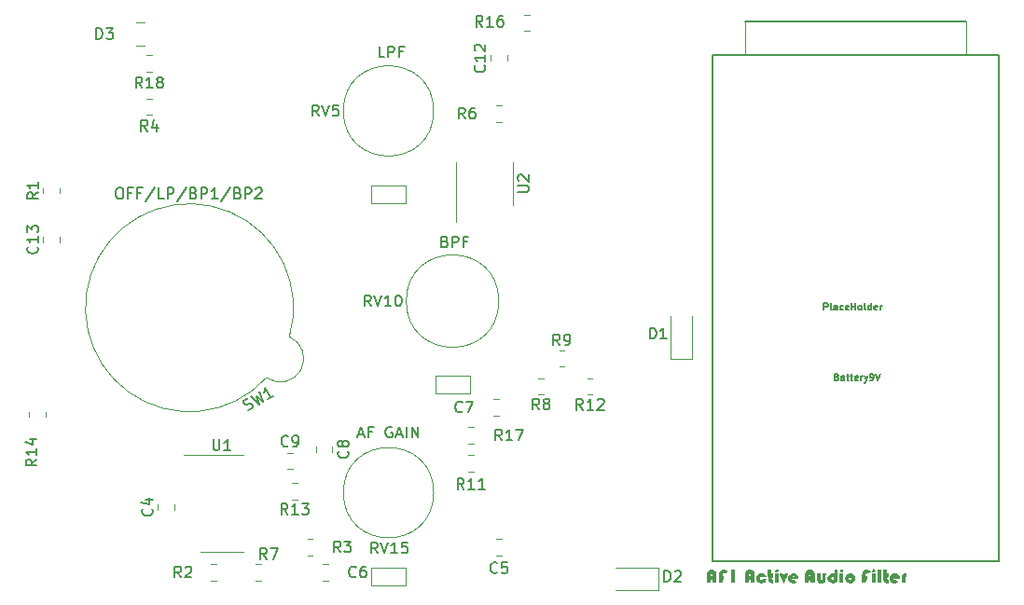
<source format=gto>
G04 #@! TF.GenerationSoftware,KiCad,Pcbnew,(6.0.5)*
G04 #@! TF.CreationDate,2022-05-30T10:59:04+08:00*
G04 #@! TF.ProjectId,miniaf1,6d696e69-6166-4312-9e6b-696361645f70,rev?*
G04 #@! TF.SameCoordinates,Original*
G04 #@! TF.FileFunction,Legend,Top*
G04 #@! TF.FilePolarity,Positive*
%FSLAX46Y46*%
G04 Gerber Fmt 4.6, Leading zero omitted, Abs format (unit mm)*
G04 Created by KiCad (PCBNEW (6.0.5)) date 2022-05-30 10:59:04*
%MOMM*%
%LPD*%
G01*
G04 APERTURE LIST*
%ADD10C,0.150000*%
%ADD11C,0.127000*%
%ADD12C,0.120000*%
%ADD13C,0.203200*%
%ADD14C,0.050000*%
G04 APERTURE END LIST*
D10*
X118268857Y-77652571D02*
X118411714Y-77700190D01*
X118459333Y-77747809D01*
X118506952Y-77843047D01*
X118506952Y-77985904D01*
X118459333Y-78081142D01*
X118411714Y-78128761D01*
X118316476Y-78176380D01*
X117935523Y-78176380D01*
X117935523Y-77176380D01*
X118268857Y-77176380D01*
X118364095Y-77224000D01*
X118411714Y-77271619D01*
X118459333Y-77366857D01*
X118459333Y-77462095D01*
X118411714Y-77557333D01*
X118364095Y-77604952D01*
X118268857Y-77652571D01*
X117935523Y-77652571D01*
X118935523Y-78176380D02*
X118935523Y-77176380D01*
X119316476Y-77176380D01*
X119411714Y-77224000D01*
X119459333Y-77271619D01*
X119506952Y-77366857D01*
X119506952Y-77509714D01*
X119459333Y-77604952D01*
X119411714Y-77652571D01*
X119316476Y-77700190D01*
X118935523Y-77700190D01*
X120268857Y-77652571D02*
X119935523Y-77652571D01*
X119935523Y-78176380D02*
X119935523Y-77176380D01*
X120411714Y-77176380D01*
X112791952Y-60904380D02*
X112315761Y-60904380D01*
X112315761Y-59904380D01*
X113125285Y-60904380D02*
X113125285Y-59904380D01*
X113506238Y-59904380D01*
X113601476Y-59952000D01*
X113649095Y-59999619D01*
X113696714Y-60094857D01*
X113696714Y-60237714D01*
X113649095Y-60332952D01*
X113601476Y-60380571D01*
X113506238Y-60428190D01*
X113125285Y-60428190D01*
X114458619Y-60380571D02*
X114125285Y-60380571D01*
X114125285Y-60904380D02*
X114125285Y-59904380D01*
X114601476Y-59904380D01*
X110418904Y-95162666D02*
X110895095Y-95162666D01*
X110323666Y-95448380D02*
X110657000Y-94448380D01*
X110990333Y-95448380D01*
X111657000Y-94924571D02*
X111323666Y-94924571D01*
X111323666Y-95448380D02*
X111323666Y-94448380D01*
X111799857Y-94448380D01*
X113466523Y-94496000D02*
X113371285Y-94448380D01*
X113228428Y-94448380D01*
X113085571Y-94496000D01*
X112990333Y-94591238D01*
X112942714Y-94686476D01*
X112895095Y-94876952D01*
X112895095Y-95019809D01*
X112942714Y-95210285D01*
X112990333Y-95305523D01*
X113085571Y-95400761D01*
X113228428Y-95448380D01*
X113323666Y-95448380D01*
X113466523Y-95400761D01*
X113514142Y-95353142D01*
X113514142Y-95019809D01*
X113323666Y-95019809D01*
X113895095Y-95162666D02*
X114371285Y-95162666D01*
X113799857Y-95448380D02*
X114133190Y-94448380D01*
X114466523Y-95448380D01*
X114799857Y-95448380D02*
X114799857Y-94448380D01*
X115276047Y-95448380D02*
X115276047Y-94448380D01*
X115847476Y-95448380D01*
X115847476Y-94448380D01*
X88659047Y-72762380D02*
X88849523Y-72762380D01*
X88944761Y-72810000D01*
X89040000Y-72905238D01*
X89087619Y-73095714D01*
X89087619Y-73429047D01*
X89040000Y-73619523D01*
X88944761Y-73714761D01*
X88849523Y-73762380D01*
X88659047Y-73762380D01*
X88563809Y-73714761D01*
X88468571Y-73619523D01*
X88420952Y-73429047D01*
X88420952Y-73095714D01*
X88468571Y-72905238D01*
X88563809Y-72810000D01*
X88659047Y-72762380D01*
X89849523Y-73238571D02*
X89516190Y-73238571D01*
X89516190Y-73762380D02*
X89516190Y-72762380D01*
X89992380Y-72762380D01*
X90706666Y-73238571D02*
X90373333Y-73238571D01*
X90373333Y-73762380D02*
X90373333Y-72762380D01*
X90849523Y-72762380D01*
X91944761Y-72714761D02*
X91087619Y-74000476D01*
X92754285Y-73762380D02*
X92278095Y-73762380D01*
X92278095Y-72762380D01*
X93087619Y-73762380D02*
X93087619Y-72762380D01*
X93468571Y-72762380D01*
X93563809Y-72810000D01*
X93611428Y-72857619D01*
X93659047Y-72952857D01*
X93659047Y-73095714D01*
X93611428Y-73190952D01*
X93563809Y-73238571D01*
X93468571Y-73286190D01*
X93087619Y-73286190D01*
X94801904Y-72714761D02*
X93944761Y-74000476D01*
X95468571Y-73238571D02*
X95611428Y-73286190D01*
X95659047Y-73333809D01*
X95706666Y-73429047D01*
X95706666Y-73571904D01*
X95659047Y-73667142D01*
X95611428Y-73714761D01*
X95516190Y-73762380D01*
X95135238Y-73762380D01*
X95135238Y-72762380D01*
X95468571Y-72762380D01*
X95563809Y-72810000D01*
X95611428Y-72857619D01*
X95659047Y-72952857D01*
X95659047Y-73048095D01*
X95611428Y-73143333D01*
X95563809Y-73190952D01*
X95468571Y-73238571D01*
X95135238Y-73238571D01*
X96135238Y-73762380D02*
X96135238Y-72762380D01*
X96516190Y-72762380D01*
X96611428Y-72810000D01*
X96659047Y-72857619D01*
X96706666Y-72952857D01*
X96706666Y-73095714D01*
X96659047Y-73190952D01*
X96611428Y-73238571D01*
X96516190Y-73286190D01*
X96135238Y-73286190D01*
X97659047Y-73762380D02*
X97087619Y-73762380D01*
X97373333Y-73762380D02*
X97373333Y-72762380D01*
X97278095Y-72905238D01*
X97182857Y-73000476D01*
X97087619Y-73048095D01*
X98801904Y-72714761D02*
X97944761Y-74000476D01*
X99468571Y-73238571D02*
X99611428Y-73286190D01*
X99659047Y-73333809D01*
X99706666Y-73429047D01*
X99706666Y-73571904D01*
X99659047Y-73667142D01*
X99611428Y-73714761D01*
X99516190Y-73762380D01*
X99135238Y-73762380D01*
X99135238Y-72762380D01*
X99468571Y-72762380D01*
X99563809Y-72810000D01*
X99611428Y-72857619D01*
X99659047Y-72952857D01*
X99659047Y-73048095D01*
X99611428Y-73143333D01*
X99563809Y-73190952D01*
X99468571Y-73238571D01*
X99135238Y-73238571D01*
X100135238Y-73762380D02*
X100135238Y-72762380D01*
X100516190Y-72762380D01*
X100611428Y-72810000D01*
X100659047Y-72857619D01*
X100706666Y-72952857D01*
X100706666Y-73095714D01*
X100659047Y-73190952D01*
X100611428Y-73238571D01*
X100516190Y-73286190D01*
X100135238Y-73286190D01*
X101087619Y-72857619D02*
X101135238Y-72810000D01*
X101230476Y-72762380D01*
X101468571Y-72762380D01*
X101563809Y-72810000D01*
X101611428Y-72857619D01*
X101659047Y-72952857D01*
X101659047Y-73048095D01*
X101611428Y-73190952D01*
X101040000Y-73762380D01*
X101659047Y-73762380D01*
X120102333Y-66492380D02*
X119769000Y-66016190D01*
X119530904Y-66492380D02*
X119530904Y-65492380D01*
X119911857Y-65492380D01*
X120007095Y-65540000D01*
X120054714Y-65587619D01*
X120102333Y-65682857D01*
X120102333Y-65825714D01*
X120054714Y-65920952D01*
X120007095Y-65968571D01*
X119911857Y-66016190D01*
X119530904Y-66016190D01*
X120959476Y-65492380D02*
X120769000Y-65492380D01*
X120673761Y-65540000D01*
X120626142Y-65587619D01*
X120530904Y-65730476D01*
X120483285Y-65920952D01*
X120483285Y-66301904D01*
X120530904Y-66397142D01*
X120578523Y-66444761D01*
X120673761Y-66492380D01*
X120864238Y-66492380D01*
X120959476Y-66444761D01*
X121007095Y-66397142D01*
X121054714Y-66301904D01*
X121054714Y-66063809D01*
X121007095Y-65968571D01*
X120959476Y-65920952D01*
X120864238Y-65873333D01*
X120673761Y-65873333D01*
X120578523Y-65920952D01*
X120530904Y-65968571D01*
X120483285Y-66063809D01*
X81224380Y-97416857D02*
X80748190Y-97750190D01*
X81224380Y-97988285D02*
X80224380Y-97988285D01*
X80224380Y-97607333D01*
X80272000Y-97512095D01*
X80319619Y-97464476D01*
X80414857Y-97416857D01*
X80557714Y-97416857D01*
X80652952Y-97464476D01*
X80700571Y-97512095D01*
X80748190Y-97607333D01*
X80748190Y-97988285D01*
X81224380Y-96464476D02*
X81224380Y-97035904D01*
X81224380Y-96750190D02*
X80224380Y-96750190D01*
X80367238Y-96845428D01*
X80462476Y-96940666D01*
X80510095Y-97035904D01*
X80557714Y-95607333D02*
X81224380Y-95607333D01*
X80176761Y-95845428D02*
X80891047Y-96083523D01*
X80891047Y-95464476D01*
X102084333Y-106497380D02*
X101751000Y-106021190D01*
X101512904Y-106497380D02*
X101512904Y-105497380D01*
X101893857Y-105497380D01*
X101989095Y-105545000D01*
X102036714Y-105592619D01*
X102084333Y-105687857D01*
X102084333Y-105830714D01*
X102036714Y-105925952D01*
X101989095Y-105973571D01*
X101893857Y-106021190D01*
X101512904Y-106021190D01*
X102417666Y-105497380D02*
X103084333Y-105497380D01*
X102655761Y-106497380D01*
X108799333Y-105862380D02*
X108466000Y-105386190D01*
X108227904Y-105862380D02*
X108227904Y-104862380D01*
X108608857Y-104862380D01*
X108704095Y-104910000D01*
X108751714Y-104957619D01*
X108799333Y-105052857D01*
X108799333Y-105195714D01*
X108751714Y-105290952D01*
X108704095Y-105338571D01*
X108608857Y-105386190D01*
X108227904Y-105386190D01*
X109132666Y-104862380D02*
X109751714Y-104862380D01*
X109418380Y-105243333D01*
X109561238Y-105243333D01*
X109656476Y-105290952D01*
X109704095Y-105338571D01*
X109751714Y-105433809D01*
X109751714Y-105671904D01*
X109704095Y-105767142D01*
X109656476Y-105814761D01*
X109561238Y-105862380D01*
X109275523Y-105862380D01*
X109180285Y-105814761D01*
X109132666Y-105767142D01*
D11*
X153860714Y-89949457D02*
X153947800Y-89978485D01*
X153976828Y-90007514D01*
X154005857Y-90065571D01*
X154005857Y-90152657D01*
X153976828Y-90210714D01*
X153947800Y-90239742D01*
X153889742Y-90268771D01*
X153657514Y-90268771D01*
X153657514Y-89659171D01*
X153860714Y-89659171D01*
X153918771Y-89688200D01*
X153947800Y-89717228D01*
X153976828Y-89775285D01*
X153976828Y-89833342D01*
X153947800Y-89891400D01*
X153918771Y-89920428D01*
X153860714Y-89949457D01*
X153657514Y-89949457D01*
X154528371Y-90268771D02*
X154528371Y-89949457D01*
X154499342Y-89891400D01*
X154441285Y-89862371D01*
X154325171Y-89862371D01*
X154267114Y-89891400D01*
X154528371Y-90239742D02*
X154470314Y-90268771D01*
X154325171Y-90268771D01*
X154267114Y-90239742D01*
X154238085Y-90181685D01*
X154238085Y-90123628D01*
X154267114Y-90065571D01*
X154325171Y-90036542D01*
X154470314Y-90036542D01*
X154528371Y-90007514D01*
X154731571Y-89862371D02*
X154963800Y-89862371D01*
X154818657Y-89659171D02*
X154818657Y-90181685D01*
X154847685Y-90239742D01*
X154905742Y-90268771D01*
X154963800Y-90268771D01*
X155079914Y-89862371D02*
X155312142Y-89862371D01*
X155167000Y-89659171D02*
X155167000Y-90181685D01*
X155196028Y-90239742D01*
X155254085Y-90268771D01*
X155312142Y-90268771D01*
X155747571Y-90239742D02*
X155689514Y-90268771D01*
X155573400Y-90268771D01*
X155515342Y-90239742D01*
X155486314Y-90181685D01*
X155486314Y-89949457D01*
X155515342Y-89891400D01*
X155573400Y-89862371D01*
X155689514Y-89862371D01*
X155747571Y-89891400D01*
X155776600Y-89949457D01*
X155776600Y-90007514D01*
X155486314Y-90065571D01*
X156037857Y-90268771D02*
X156037857Y-89862371D01*
X156037857Y-89978485D02*
X156066885Y-89920428D01*
X156095914Y-89891400D01*
X156153971Y-89862371D01*
X156212028Y-89862371D01*
X156357171Y-89862371D02*
X156502314Y-90268771D01*
X156647457Y-89862371D02*
X156502314Y-90268771D01*
X156444257Y-90413914D01*
X156415228Y-90442942D01*
X156357171Y-90471971D01*
X156908714Y-90268771D02*
X157024828Y-90268771D01*
X157082885Y-90239742D01*
X157111914Y-90210714D01*
X157169971Y-90123628D01*
X157199000Y-90007514D01*
X157199000Y-89775285D01*
X157169971Y-89717228D01*
X157140942Y-89688200D01*
X157082885Y-89659171D01*
X156966771Y-89659171D01*
X156908714Y-89688200D01*
X156879685Y-89717228D01*
X156850657Y-89775285D01*
X156850657Y-89920428D01*
X156879685Y-89978485D01*
X156908714Y-90007514D01*
X156966771Y-90036542D01*
X157082885Y-90036542D01*
X157140942Y-90007514D01*
X157169971Y-89978485D01*
X157199000Y-89920428D01*
X157373171Y-89659171D02*
X157576371Y-90268771D01*
X157779571Y-89659171D01*
X152685942Y-83853971D02*
X152685942Y-83244371D01*
X152918171Y-83244371D01*
X152976228Y-83273400D01*
X153005257Y-83302428D01*
X153034285Y-83360485D01*
X153034285Y-83447571D01*
X153005257Y-83505628D01*
X152976228Y-83534657D01*
X152918171Y-83563685D01*
X152685942Y-83563685D01*
X153382628Y-83853971D02*
X153324571Y-83824942D01*
X153295542Y-83766885D01*
X153295542Y-83244371D01*
X153876114Y-83853971D02*
X153876114Y-83534657D01*
X153847085Y-83476600D01*
X153789028Y-83447571D01*
X153672914Y-83447571D01*
X153614857Y-83476600D01*
X153876114Y-83824942D02*
X153818057Y-83853971D01*
X153672914Y-83853971D01*
X153614857Y-83824942D01*
X153585828Y-83766885D01*
X153585828Y-83708828D01*
X153614857Y-83650771D01*
X153672914Y-83621742D01*
X153818057Y-83621742D01*
X153876114Y-83592714D01*
X154427657Y-83824942D02*
X154369600Y-83853971D01*
X154253485Y-83853971D01*
X154195428Y-83824942D01*
X154166400Y-83795914D01*
X154137371Y-83737857D01*
X154137371Y-83563685D01*
X154166400Y-83505628D01*
X154195428Y-83476600D01*
X154253485Y-83447571D01*
X154369600Y-83447571D01*
X154427657Y-83476600D01*
X154921142Y-83824942D02*
X154863085Y-83853971D01*
X154746971Y-83853971D01*
X154688914Y-83824942D01*
X154659885Y-83766885D01*
X154659885Y-83534657D01*
X154688914Y-83476600D01*
X154746971Y-83447571D01*
X154863085Y-83447571D01*
X154921142Y-83476600D01*
X154950171Y-83534657D01*
X154950171Y-83592714D01*
X154659885Y-83650771D01*
X155211428Y-83853971D02*
X155211428Y-83244371D01*
X155211428Y-83534657D02*
X155559771Y-83534657D01*
X155559771Y-83853971D02*
X155559771Y-83244371D01*
X155937142Y-83853971D02*
X155879085Y-83824942D01*
X155850057Y-83795914D01*
X155821028Y-83737857D01*
X155821028Y-83563685D01*
X155850057Y-83505628D01*
X155879085Y-83476600D01*
X155937142Y-83447571D01*
X156024228Y-83447571D01*
X156082285Y-83476600D01*
X156111314Y-83505628D01*
X156140342Y-83563685D01*
X156140342Y-83737857D01*
X156111314Y-83795914D01*
X156082285Y-83824942D01*
X156024228Y-83853971D01*
X155937142Y-83853971D01*
X156488685Y-83853971D02*
X156430628Y-83824942D01*
X156401600Y-83766885D01*
X156401600Y-83244371D01*
X156982171Y-83853971D02*
X156982171Y-83244371D01*
X156982171Y-83824942D02*
X156924114Y-83853971D01*
X156808000Y-83853971D01*
X156749942Y-83824942D01*
X156720914Y-83795914D01*
X156691885Y-83737857D01*
X156691885Y-83563685D01*
X156720914Y-83505628D01*
X156749942Y-83476600D01*
X156808000Y-83447571D01*
X156924114Y-83447571D01*
X156982171Y-83476600D01*
X157504685Y-83824942D02*
X157446628Y-83853971D01*
X157330514Y-83853971D01*
X157272457Y-83824942D01*
X157243428Y-83766885D01*
X157243428Y-83534657D01*
X157272457Y-83476600D01*
X157330514Y-83447571D01*
X157446628Y-83447571D01*
X157504685Y-83476600D01*
X157533714Y-83534657D01*
X157533714Y-83592714D01*
X157243428Y-83650771D01*
X157794971Y-83853971D02*
X157794971Y-83447571D01*
X157794971Y-83563685D02*
X157824000Y-83505628D01*
X157853028Y-83476600D01*
X157911085Y-83447571D01*
X157969142Y-83447571D01*
D10*
X128703333Y-87072380D02*
X128370000Y-86596190D01*
X128131904Y-87072380D02*
X128131904Y-86072380D01*
X128512857Y-86072380D01*
X128608095Y-86120000D01*
X128655714Y-86167619D01*
X128703333Y-86262857D01*
X128703333Y-86405714D01*
X128655714Y-86500952D01*
X128608095Y-86548571D01*
X128512857Y-86596190D01*
X128131904Y-86596190D01*
X129179523Y-87072380D02*
X129370000Y-87072380D01*
X129465238Y-87024761D01*
X129512857Y-86977142D01*
X129608095Y-86834285D01*
X129655714Y-86643809D01*
X129655714Y-86262857D01*
X129608095Y-86167619D01*
X129560476Y-86120000D01*
X129465238Y-86072380D01*
X129274761Y-86072380D01*
X129179523Y-86120000D01*
X129131904Y-86167619D01*
X129084285Y-86262857D01*
X129084285Y-86500952D01*
X129131904Y-86596190D01*
X129179523Y-86643809D01*
X129274761Y-86691428D01*
X129465238Y-86691428D01*
X129560476Y-86643809D01*
X129608095Y-86596190D01*
X129655714Y-86500952D01*
X91273333Y-67622380D02*
X90940000Y-67146190D01*
X90701904Y-67622380D02*
X90701904Y-66622380D01*
X91082857Y-66622380D01*
X91178095Y-66670000D01*
X91225714Y-66717619D01*
X91273333Y-66812857D01*
X91273333Y-66955714D01*
X91225714Y-67050952D01*
X91178095Y-67098571D01*
X91082857Y-67146190D01*
X90701904Y-67146190D01*
X92130476Y-66955714D02*
X92130476Y-67622380D01*
X91892380Y-66574761D02*
X91654285Y-67289047D01*
X92273333Y-67289047D01*
X119848333Y-93067142D02*
X119800714Y-93114761D01*
X119657857Y-93162380D01*
X119562619Y-93162380D01*
X119419761Y-93114761D01*
X119324523Y-93019523D01*
X119276904Y-92924285D01*
X119229285Y-92733809D01*
X119229285Y-92590952D01*
X119276904Y-92400476D01*
X119324523Y-92305238D01*
X119419761Y-92210000D01*
X119562619Y-92162380D01*
X119657857Y-92162380D01*
X119800714Y-92210000D01*
X119848333Y-92257619D01*
X120181666Y-92162380D02*
X120848333Y-92162380D01*
X120419761Y-93162380D01*
X91656142Y-101926666D02*
X91703761Y-101974285D01*
X91751380Y-102117142D01*
X91751380Y-102212380D01*
X91703761Y-102355238D01*
X91608523Y-102450476D01*
X91513285Y-102498095D01*
X91322809Y-102545714D01*
X91179952Y-102545714D01*
X90989476Y-102498095D01*
X90894238Y-102450476D01*
X90799000Y-102355238D01*
X90751380Y-102212380D01*
X90751380Y-102117142D01*
X90799000Y-101974285D01*
X90846619Y-101926666D01*
X91084714Y-101069523D02*
X91751380Y-101069523D01*
X90703761Y-101307619D02*
X91418047Y-101545714D01*
X91418047Y-100926666D01*
X136881904Y-86472380D02*
X136881904Y-85472380D01*
X137120000Y-85472380D01*
X137262857Y-85520000D01*
X137358095Y-85615238D01*
X137405714Y-85710476D01*
X137453333Y-85900952D01*
X137453333Y-86043809D01*
X137405714Y-86234285D01*
X137358095Y-86329523D01*
X137262857Y-86424761D01*
X137120000Y-86472380D01*
X136881904Y-86472380D01*
X138405714Y-86472380D02*
X137834285Y-86472380D01*
X138120000Y-86472380D02*
X138120000Y-85472380D01*
X138024761Y-85615238D01*
X137929523Y-85710476D01*
X137834285Y-85758095D01*
X104005142Y-102432380D02*
X103671809Y-101956190D01*
X103433714Y-102432380D02*
X103433714Y-101432380D01*
X103814666Y-101432380D01*
X103909904Y-101480000D01*
X103957523Y-101527619D01*
X104005142Y-101622857D01*
X104005142Y-101765714D01*
X103957523Y-101860952D01*
X103909904Y-101908571D01*
X103814666Y-101956190D01*
X103433714Y-101956190D01*
X104957523Y-102432380D02*
X104386095Y-102432380D01*
X104671809Y-102432380D02*
X104671809Y-101432380D01*
X104576571Y-101575238D01*
X104481333Y-101670476D01*
X104386095Y-101718095D01*
X105290857Y-101432380D02*
X105909904Y-101432380D01*
X105576571Y-101813333D01*
X105719428Y-101813333D01*
X105814666Y-101860952D01*
X105862285Y-101908571D01*
X105909904Y-102003809D01*
X105909904Y-102241904D01*
X105862285Y-102337142D01*
X105814666Y-102384761D01*
X105719428Y-102432380D01*
X105433714Y-102432380D01*
X105338476Y-102384761D01*
X105290857Y-102337142D01*
X112158571Y-105952380D02*
X111825238Y-105476190D01*
X111587142Y-105952380D02*
X111587142Y-104952380D01*
X111968095Y-104952380D01*
X112063333Y-105000000D01*
X112110952Y-105047619D01*
X112158571Y-105142857D01*
X112158571Y-105285714D01*
X112110952Y-105380952D01*
X112063333Y-105428571D01*
X111968095Y-105476190D01*
X111587142Y-105476190D01*
X112444285Y-104952380D02*
X112777619Y-105952380D01*
X113110952Y-104952380D01*
X113968095Y-105952380D02*
X113396666Y-105952380D01*
X113682380Y-105952380D02*
X113682380Y-104952380D01*
X113587142Y-105095238D01*
X113491904Y-105190476D01*
X113396666Y-105238095D01*
X114872857Y-104952380D02*
X114396666Y-104952380D01*
X114349047Y-105428571D01*
X114396666Y-105380952D01*
X114491904Y-105333333D01*
X114730000Y-105333333D01*
X114825238Y-105380952D01*
X114872857Y-105428571D01*
X114920476Y-105523809D01*
X114920476Y-105761904D01*
X114872857Y-105857142D01*
X114825238Y-105904761D01*
X114730000Y-105952380D01*
X114491904Y-105952380D01*
X114396666Y-105904761D01*
X114349047Y-105857142D01*
X86621904Y-59252380D02*
X86621904Y-58252380D01*
X86860000Y-58252380D01*
X87002857Y-58300000D01*
X87098095Y-58395238D01*
X87145714Y-58490476D01*
X87193333Y-58680952D01*
X87193333Y-58823809D01*
X87145714Y-59014285D01*
X87098095Y-59109523D01*
X87002857Y-59204761D01*
X86860000Y-59252380D01*
X86621904Y-59252380D01*
X87526666Y-58252380D02*
X88145714Y-58252380D01*
X87812380Y-58633333D01*
X87955238Y-58633333D01*
X88050476Y-58680952D01*
X88098095Y-58728571D01*
X88145714Y-58823809D01*
X88145714Y-59061904D01*
X88098095Y-59157142D01*
X88050476Y-59204761D01*
X87955238Y-59252380D01*
X87669523Y-59252380D01*
X87574285Y-59204761D01*
X87526666Y-59157142D01*
X124888380Y-73151904D02*
X125697904Y-73151904D01*
X125793142Y-73104285D01*
X125840761Y-73056666D01*
X125888380Y-72961428D01*
X125888380Y-72770952D01*
X125840761Y-72675714D01*
X125793142Y-72628095D01*
X125697904Y-72580476D01*
X124888380Y-72580476D01*
X124983619Y-72151904D02*
X124936000Y-72104285D01*
X124888380Y-72009047D01*
X124888380Y-71770952D01*
X124936000Y-71675714D01*
X124983619Y-71628095D01*
X125078857Y-71580476D01*
X125174095Y-71580476D01*
X125316952Y-71628095D01*
X125888380Y-72199523D01*
X125888380Y-71580476D01*
X81256142Y-78112857D02*
X81303761Y-78160476D01*
X81351380Y-78303333D01*
X81351380Y-78398571D01*
X81303761Y-78541428D01*
X81208523Y-78636666D01*
X81113285Y-78684285D01*
X80922809Y-78731904D01*
X80779952Y-78731904D01*
X80589476Y-78684285D01*
X80494238Y-78636666D01*
X80399000Y-78541428D01*
X80351380Y-78398571D01*
X80351380Y-78303333D01*
X80399000Y-78160476D01*
X80446619Y-78112857D01*
X81351380Y-77160476D02*
X81351380Y-77731904D01*
X81351380Y-77446190D02*
X80351380Y-77446190D01*
X80494238Y-77541428D01*
X80589476Y-77636666D01*
X80637095Y-77731904D01*
X80351380Y-76827142D02*
X80351380Y-76208095D01*
X80732333Y-76541428D01*
X80732333Y-76398571D01*
X80779952Y-76303333D01*
X80827571Y-76255714D01*
X80922809Y-76208095D01*
X81160904Y-76208095D01*
X81256142Y-76255714D01*
X81303761Y-76303333D01*
X81351380Y-76398571D01*
X81351380Y-76684285D01*
X81303761Y-76779523D01*
X81256142Y-76827142D01*
X121687142Y-58142380D02*
X121353809Y-57666190D01*
X121115714Y-58142380D02*
X121115714Y-57142380D01*
X121496666Y-57142380D01*
X121591904Y-57190000D01*
X121639523Y-57237619D01*
X121687142Y-57332857D01*
X121687142Y-57475714D01*
X121639523Y-57570952D01*
X121591904Y-57618571D01*
X121496666Y-57666190D01*
X121115714Y-57666190D01*
X122639523Y-58142380D02*
X122068095Y-58142380D01*
X122353809Y-58142380D02*
X122353809Y-57142380D01*
X122258571Y-57285238D01*
X122163333Y-57380476D01*
X122068095Y-57428095D01*
X123496666Y-57142380D02*
X123306190Y-57142380D01*
X123210952Y-57190000D01*
X123163333Y-57237619D01*
X123068095Y-57380476D01*
X123020476Y-57570952D01*
X123020476Y-57951904D01*
X123068095Y-58047142D01*
X123115714Y-58094761D01*
X123210952Y-58142380D01*
X123401428Y-58142380D01*
X123496666Y-58094761D01*
X123544285Y-58047142D01*
X123591904Y-57951904D01*
X123591904Y-57713809D01*
X123544285Y-57618571D01*
X123496666Y-57570952D01*
X123401428Y-57523333D01*
X123210952Y-57523333D01*
X123115714Y-57570952D01*
X123068095Y-57618571D01*
X123020476Y-57713809D01*
X97243095Y-95602380D02*
X97243095Y-96411904D01*
X97290714Y-96507142D01*
X97338333Y-96554761D01*
X97433571Y-96602380D01*
X97624047Y-96602380D01*
X97719285Y-96554761D01*
X97766904Y-96507142D01*
X97814523Y-96411904D01*
X97814523Y-95602380D01*
X98814523Y-96602380D02*
X98243095Y-96602380D01*
X98528809Y-96602380D02*
X98528809Y-95602380D01*
X98433571Y-95745238D01*
X98338333Y-95840476D01*
X98243095Y-95888095D01*
X138206904Y-108527380D02*
X138206904Y-107527380D01*
X138445000Y-107527380D01*
X138587857Y-107575000D01*
X138683095Y-107670238D01*
X138730714Y-107765476D01*
X138778333Y-107955952D01*
X138778333Y-108098809D01*
X138730714Y-108289285D01*
X138683095Y-108384523D01*
X138587857Y-108479761D01*
X138445000Y-108527380D01*
X138206904Y-108527380D01*
X139159285Y-107622619D02*
X139206904Y-107575000D01*
X139302142Y-107527380D01*
X139540238Y-107527380D01*
X139635476Y-107575000D01*
X139683095Y-107622619D01*
X139730714Y-107717857D01*
X139730714Y-107813095D01*
X139683095Y-107955952D01*
X139111666Y-108527380D01*
X139730714Y-108527380D01*
X100387680Y-92947200D02*
X100535207Y-92917011D01*
X100741404Y-92797963D01*
X100800073Y-92709105D01*
X100817503Y-92644056D01*
X100811123Y-92537768D01*
X100763504Y-92455289D01*
X100674646Y-92396620D01*
X100609597Y-92379191D01*
X100503309Y-92385570D01*
X100314542Y-92439569D01*
X100208254Y-92445949D01*
X100143205Y-92428519D01*
X100054347Y-92369850D01*
X100006728Y-92287371D01*
X100000348Y-92181083D01*
X100017778Y-92116034D01*
X100076447Y-92027176D01*
X100282643Y-91908128D01*
X100430171Y-91877939D01*
X100695036Y-91670033D02*
X101401233Y-92417011D01*
X101209047Y-91703183D01*
X101731147Y-92226535D01*
X101437344Y-91241462D01*
X102720891Y-91655106D02*
X102226019Y-91940821D01*
X102473455Y-91797963D02*
X101973455Y-90931938D01*
X101962405Y-91103275D01*
X101927545Y-91233373D01*
X101868876Y-91322231D01*
X126833333Y-92908380D02*
X126500000Y-92432190D01*
X126261904Y-92908380D02*
X126261904Y-91908380D01*
X126642857Y-91908380D01*
X126738095Y-91956000D01*
X126785714Y-92003619D01*
X126833333Y-92098857D01*
X126833333Y-92241714D01*
X126785714Y-92336952D01*
X126738095Y-92384571D01*
X126642857Y-92432190D01*
X126261904Y-92432190D01*
X127404761Y-92336952D02*
X127309523Y-92289333D01*
X127261904Y-92241714D01*
X127214285Y-92146476D01*
X127214285Y-92098857D01*
X127261904Y-92003619D01*
X127309523Y-91956000D01*
X127404761Y-91908380D01*
X127595238Y-91908380D01*
X127690476Y-91956000D01*
X127738095Y-92003619D01*
X127785714Y-92098857D01*
X127785714Y-92146476D01*
X127738095Y-92241714D01*
X127690476Y-92289333D01*
X127595238Y-92336952D01*
X127404761Y-92336952D01*
X127309523Y-92384571D01*
X127261904Y-92432190D01*
X127214285Y-92527428D01*
X127214285Y-92717904D01*
X127261904Y-92813142D01*
X127309523Y-92860761D01*
X127404761Y-92908380D01*
X127595238Y-92908380D01*
X127690476Y-92860761D01*
X127738095Y-92813142D01*
X127785714Y-92717904D01*
X127785714Y-92527428D01*
X127738095Y-92432190D01*
X127690476Y-92384571D01*
X127595238Y-92336952D01*
X104035833Y-96179142D02*
X103988214Y-96226761D01*
X103845357Y-96274380D01*
X103750119Y-96274380D01*
X103607261Y-96226761D01*
X103512023Y-96131523D01*
X103464404Y-96036285D01*
X103416785Y-95845809D01*
X103416785Y-95702952D01*
X103464404Y-95512476D01*
X103512023Y-95417238D01*
X103607261Y-95322000D01*
X103750119Y-95274380D01*
X103845357Y-95274380D01*
X103988214Y-95322000D01*
X104035833Y-95369619D01*
X104512023Y-96274380D02*
X104702500Y-96274380D01*
X104797738Y-96226761D01*
X104845357Y-96179142D01*
X104940595Y-96036285D01*
X104988214Y-95845809D01*
X104988214Y-95464857D01*
X104940595Y-95369619D01*
X104892976Y-95322000D01*
X104797738Y-95274380D01*
X104607261Y-95274380D01*
X104512023Y-95322000D01*
X104464404Y-95369619D01*
X104416785Y-95464857D01*
X104416785Y-95702952D01*
X104464404Y-95798190D01*
X104512023Y-95845809D01*
X104607261Y-95893428D01*
X104797738Y-95893428D01*
X104892976Y-95845809D01*
X104940595Y-95798190D01*
X104988214Y-95702952D01*
X109450142Y-96686666D02*
X109497761Y-96734285D01*
X109545380Y-96877142D01*
X109545380Y-96972380D01*
X109497761Y-97115238D01*
X109402523Y-97210476D01*
X109307285Y-97258095D01*
X109116809Y-97305714D01*
X108973952Y-97305714D01*
X108783476Y-97258095D01*
X108688238Y-97210476D01*
X108593000Y-97115238D01*
X108545380Y-96972380D01*
X108545380Y-96877142D01*
X108593000Y-96734285D01*
X108640619Y-96686666D01*
X108973952Y-96115238D02*
X108926333Y-96210476D01*
X108878714Y-96258095D01*
X108783476Y-96305714D01*
X108735857Y-96305714D01*
X108640619Y-96258095D01*
X108593000Y-96210476D01*
X108545380Y-96115238D01*
X108545380Y-95924761D01*
X108593000Y-95829523D01*
X108640619Y-95781904D01*
X108735857Y-95734285D01*
X108783476Y-95734285D01*
X108878714Y-95781904D01*
X108926333Y-95829523D01*
X108973952Y-95924761D01*
X108973952Y-96115238D01*
X109021571Y-96210476D01*
X109069190Y-96258095D01*
X109164428Y-96305714D01*
X109354904Y-96305714D01*
X109450142Y-96258095D01*
X109497761Y-96210476D01*
X109545380Y-96115238D01*
X109545380Y-95924761D01*
X109497761Y-95829523D01*
X109450142Y-95781904D01*
X109354904Y-95734285D01*
X109164428Y-95734285D01*
X109069190Y-95781904D01*
X109021571Y-95829523D01*
X108973952Y-95924761D01*
X121847142Y-61652857D02*
X121894761Y-61700476D01*
X121942380Y-61843333D01*
X121942380Y-61938571D01*
X121894761Y-62081428D01*
X121799523Y-62176666D01*
X121704285Y-62224285D01*
X121513809Y-62271904D01*
X121370952Y-62271904D01*
X121180476Y-62224285D01*
X121085238Y-62176666D01*
X120990000Y-62081428D01*
X120942380Y-61938571D01*
X120942380Y-61843333D01*
X120990000Y-61700476D01*
X121037619Y-61652857D01*
X121942380Y-60700476D02*
X121942380Y-61271904D01*
X121942380Y-60986190D02*
X120942380Y-60986190D01*
X121085238Y-61081428D01*
X121180476Y-61176666D01*
X121228095Y-61271904D01*
X121037619Y-60319523D02*
X120990000Y-60271904D01*
X120942380Y-60176666D01*
X120942380Y-59938571D01*
X120990000Y-59843333D01*
X121037619Y-59795714D01*
X121132857Y-59748095D01*
X121228095Y-59748095D01*
X121370952Y-59795714D01*
X121942380Y-60367142D01*
X121942380Y-59748095D01*
X81351380Y-73191666D02*
X80875190Y-73525000D01*
X81351380Y-73763095D02*
X80351380Y-73763095D01*
X80351380Y-73382142D01*
X80399000Y-73286904D01*
X80446619Y-73239285D01*
X80541857Y-73191666D01*
X80684714Y-73191666D01*
X80779952Y-73239285D01*
X80827571Y-73286904D01*
X80875190Y-73382142D01*
X80875190Y-73763095D01*
X81351380Y-72239285D02*
X81351380Y-72810714D01*
X81351380Y-72525000D02*
X80351380Y-72525000D01*
X80494238Y-72620238D01*
X80589476Y-72715476D01*
X80637095Y-72810714D01*
X94321333Y-108148380D02*
X93988000Y-107672190D01*
X93749904Y-108148380D02*
X93749904Y-107148380D01*
X94130857Y-107148380D01*
X94226095Y-107196000D01*
X94273714Y-107243619D01*
X94321333Y-107338857D01*
X94321333Y-107481714D01*
X94273714Y-107576952D01*
X94226095Y-107624571D01*
X94130857Y-107672190D01*
X93749904Y-107672190D01*
X94702285Y-107243619D02*
X94749904Y-107196000D01*
X94845142Y-107148380D01*
X95083238Y-107148380D01*
X95178476Y-107196000D01*
X95226095Y-107243619D01*
X95273714Y-107338857D01*
X95273714Y-107434095D01*
X95226095Y-107576952D01*
X94654666Y-108148380D01*
X95273714Y-108148380D01*
X123023333Y-107672142D02*
X122975714Y-107719761D01*
X122832857Y-107767380D01*
X122737619Y-107767380D01*
X122594761Y-107719761D01*
X122499523Y-107624523D01*
X122451904Y-107529285D01*
X122404285Y-107338809D01*
X122404285Y-107195952D01*
X122451904Y-107005476D01*
X122499523Y-106910238D01*
X122594761Y-106815000D01*
X122737619Y-106767380D01*
X122832857Y-106767380D01*
X122975714Y-106815000D01*
X123023333Y-106862619D01*
X123928095Y-106767380D02*
X123451904Y-106767380D01*
X123404285Y-107243571D01*
X123451904Y-107195952D01*
X123547142Y-107148333D01*
X123785238Y-107148333D01*
X123880476Y-107195952D01*
X123928095Y-107243571D01*
X123975714Y-107338809D01*
X123975714Y-107576904D01*
X123928095Y-107672142D01*
X123880476Y-107719761D01*
X123785238Y-107767380D01*
X123547142Y-107767380D01*
X123451904Y-107719761D01*
X123404285Y-107672142D01*
X120007142Y-100147380D02*
X119673809Y-99671190D01*
X119435714Y-100147380D02*
X119435714Y-99147380D01*
X119816666Y-99147380D01*
X119911904Y-99195000D01*
X119959523Y-99242619D01*
X120007142Y-99337857D01*
X120007142Y-99480714D01*
X119959523Y-99575952D01*
X119911904Y-99623571D01*
X119816666Y-99671190D01*
X119435714Y-99671190D01*
X120959523Y-100147380D02*
X120388095Y-100147380D01*
X120673809Y-100147380D02*
X120673809Y-99147380D01*
X120578571Y-99290238D01*
X120483333Y-99385476D01*
X120388095Y-99433095D01*
X121911904Y-100147380D02*
X121340476Y-100147380D01*
X121626190Y-100147380D02*
X121626190Y-99147380D01*
X121530952Y-99290238D01*
X121435714Y-99385476D01*
X121340476Y-99433095D01*
X90797142Y-63698380D02*
X90463809Y-63222190D01*
X90225714Y-63698380D02*
X90225714Y-62698380D01*
X90606666Y-62698380D01*
X90701904Y-62746000D01*
X90749523Y-62793619D01*
X90797142Y-62888857D01*
X90797142Y-63031714D01*
X90749523Y-63126952D01*
X90701904Y-63174571D01*
X90606666Y-63222190D01*
X90225714Y-63222190D01*
X91749523Y-63698380D02*
X91178095Y-63698380D01*
X91463809Y-63698380D02*
X91463809Y-62698380D01*
X91368571Y-62841238D01*
X91273333Y-62936476D01*
X91178095Y-62984095D01*
X92320952Y-63126952D02*
X92225714Y-63079333D01*
X92178095Y-63031714D01*
X92130476Y-62936476D01*
X92130476Y-62888857D01*
X92178095Y-62793619D01*
X92225714Y-62746000D01*
X92320952Y-62698380D01*
X92511428Y-62698380D01*
X92606666Y-62746000D01*
X92654285Y-62793619D01*
X92701904Y-62888857D01*
X92701904Y-62936476D01*
X92654285Y-63031714D01*
X92606666Y-63079333D01*
X92511428Y-63126952D01*
X92320952Y-63126952D01*
X92225714Y-63174571D01*
X92178095Y-63222190D01*
X92130476Y-63317428D01*
X92130476Y-63507904D01*
X92178095Y-63603142D01*
X92225714Y-63650761D01*
X92320952Y-63698380D01*
X92511428Y-63698380D01*
X92606666Y-63650761D01*
X92654285Y-63603142D01*
X92701904Y-63507904D01*
X92701904Y-63317428D01*
X92654285Y-63222190D01*
X92606666Y-63174571D01*
X92511428Y-63126952D01*
X111577536Y-83510380D02*
X111244203Y-83034190D01*
X111006107Y-83510380D02*
X111006107Y-82510380D01*
X111387060Y-82510380D01*
X111482298Y-82558000D01*
X111529917Y-82605619D01*
X111577536Y-82700857D01*
X111577536Y-82843714D01*
X111529917Y-82938952D01*
X111482298Y-82986571D01*
X111387060Y-83034190D01*
X111006107Y-83034190D01*
X111863250Y-82510380D02*
X112196584Y-83510380D01*
X112529917Y-82510380D01*
X113387060Y-83510380D02*
X112815631Y-83510380D01*
X113101345Y-83510380D02*
X113101345Y-82510380D01*
X113006107Y-82653238D01*
X112910869Y-82748476D01*
X112815631Y-82796095D01*
X114006107Y-82510380D02*
X114101345Y-82510380D01*
X114196584Y-82558000D01*
X114244203Y-82605619D01*
X114291822Y-82700857D01*
X114339441Y-82891333D01*
X114339441Y-83129428D01*
X114291822Y-83319904D01*
X114244203Y-83415142D01*
X114196584Y-83462761D01*
X114101345Y-83510380D01*
X114006107Y-83510380D01*
X113910869Y-83462761D01*
X113863250Y-83415142D01*
X113815631Y-83319904D01*
X113768012Y-83129428D01*
X113768012Y-82891333D01*
X113815631Y-82700857D01*
X113863250Y-82605619D01*
X113910869Y-82558000D01*
X114006107Y-82510380D01*
X123452142Y-95702380D02*
X123118809Y-95226190D01*
X122880714Y-95702380D02*
X122880714Y-94702380D01*
X123261666Y-94702380D01*
X123356904Y-94750000D01*
X123404523Y-94797619D01*
X123452142Y-94892857D01*
X123452142Y-95035714D01*
X123404523Y-95130952D01*
X123356904Y-95178571D01*
X123261666Y-95226190D01*
X122880714Y-95226190D01*
X124404523Y-95702380D02*
X123833095Y-95702380D01*
X124118809Y-95702380D02*
X124118809Y-94702380D01*
X124023571Y-94845238D01*
X123928333Y-94940476D01*
X123833095Y-94988095D01*
X124737857Y-94702380D02*
X125404523Y-94702380D01*
X124975952Y-95702380D01*
X110196333Y-108053142D02*
X110148714Y-108100761D01*
X110005857Y-108148380D01*
X109910619Y-108148380D01*
X109767761Y-108100761D01*
X109672523Y-108005523D01*
X109624904Y-107910285D01*
X109577285Y-107719809D01*
X109577285Y-107576952D01*
X109624904Y-107386476D01*
X109672523Y-107291238D01*
X109767761Y-107196000D01*
X109910619Y-107148380D01*
X110005857Y-107148380D01*
X110148714Y-107196000D01*
X110196333Y-107243619D01*
X111053476Y-107148380D02*
X110863000Y-107148380D01*
X110767761Y-107196000D01*
X110720142Y-107243619D01*
X110624904Y-107386476D01*
X110577285Y-107576952D01*
X110577285Y-107957904D01*
X110624904Y-108053142D01*
X110672523Y-108100761D01*
X110767761Y-108148380D01*
X110958238Y-108148380D01*
X111053476Y-108100761D01*
X111101095Y-108053142D01*
X111148714Y-107957904D01*
X111148714Y-107719809D01*
X111101095Y-107624571D01*
X111053476Y-107576952D01*
X110958238Y-107529333D01*
X110767761Y-107529333D01*
X110672523Y-107576952D01*
X110624904Y-107624571D01*
X110577285Y-107719809D01*
X106846726Y-66238380D02*
X106513393Y-65762190D01*
X106275298Y-66238380D02*
X106275298Y-65238380D01*
X106656250Y-65238380D01*
X106751488Y-65286000D01*
X106799107Y-65333619D01*
X106846726Y-65428857D01*
X106846726Y-65571714D01*
X106799107Y-65666952D01*
X106751488Y-65714571D01*
X106656250Y-65762190D01*
X106275298Y-65762190D01*
X107132441Y-65238380D02*
X107465774Y-66238380D01*
X107799107Y-65238380D01*
X108608631Y-65238380D02*
X108132441Y-65238380D01*
X108084822Y-65714571D01*
X108132441Y-65666952D01*
X108227679Y-65619333D01*
X108465774Y-65619333D01*
X108561012Y-65666952D01*
X108608631Y-65714571D01*
X108656250Y-65809809D01*
X108656250Y-66047904D01*
X108608631Y-66143142D01*
X108561012Y-66190761D01*
X108465774Y-66238380D01*
X108227679Y-66238380D01*
X108132441Y-66190761D01*
X108084822Y-66143142D01*
X130807142Y-92922380D02*
X130473809Y-92446190D01*
X130235714Y-92922380D02*
X130235714Y-91922380D01*
X130616666Y-91922380D01*
X130711904Y-91970000D01*
X130759523Y-92017619D01*
X130807142Y-92112857D01*
X130807142Y-92255714D01*
X130759523Y-92350952D01*
X130711904Y-92398571D01*
X130616666Y-92446190D01*
X130235714Y-92446190D01*
X131759523Y-92922380D02*
X131188095Y-92922380D01*
X131473809Y-92922380D02*
X131473809Y-91922380D01*
X131378571Y-92065238D01*
X131283333Y-92160476D01*
X131188095Y-92208095D01*
X132140476Y-92017619D02*
X132188095Y-91970000D01*
X132283333Y-91922380D01*
X132521428Y-91922380D01*
X132616666Y-91970000D01*
X132664285Y-92017619D01*
X132711904Y-92112857D01*
X132711904Y-92208095D01*
X132664285Y-92350952D01*
X132092857Y-92922380D01*
X132711904Y-92922380D01*
D12*
X122962936Y-65305000D02*
X123417064Y-65305000D01*
X122962936Y-66775000D02*
X123417064Y-66775000D01*
X82015000Y-93117936D02*
X82015000Y-93572064D01*
X80545000Y-93117936D02*
X80545000Y-93572064D01*
X101573064Y-108431000D02*
X101118936Y-108431000D01*
X101573064Y-106961000D02*
X101118936Y-106961000D01*
X106272064Y-104675000D02*
X105817936Y-104675000D01*
X106272064Y-106145000D02*
X105817936Y-106145000D01*
D13*
X145575000Y-57693000D02*
X165575000Y-57693000D01*
X168575000Y-106693000D02*
X142575000Y-106693000D01*
X142575000Y-106693000D02*
X142575000Y-60693000D01*
X168575000Y-60693000D02*
X168575000Y-106693000D01*
X142575000Y-60693000D02*
X168575000Y-60693000D01*
D12*
X165625000Y-57693000D02*
X165625000Y-60693000D01*
X145525000Y-57693000D02*
X145525000Y-60693000D01*
X129132064Y-87530000D02*
X128677936Y-87530000D01*
X129132064Y-89000000D02*
X128677936Y-89000000D01*
X91212936Y-64670000D02*
X91667064Y-64670000D01*
X91212936Y-66140000D02*
X91667064Y-66140000D01*
X122696248Y-91975000D02*
X123218752Y-91975000D01*
X122696248Y-93445000D02*
X123218752Y-93445000D01*
X92215000Y-101498748D02*
X92215000Y-102021252D01*
X93685000Y-101498748D02*
X93685000Y-102021252D01*
X138750000Y-88280000D02*
X138750000Y-84380000D01*
X138750000Y-88280000D02*
X140750000Y-88280000D01*
X140750000Y-88280000D02*
X140750000Y-84380000D01*
X104875064Y-99595000D02*
X104420936Y-99595000D01*
X104875064Y-101065000D02*
X104420936Y-101065000D01*
D14*
X111607700Y-108857000D02*
X114707700Y-108857000D01*
X114707700Y-108857000D02*
X114707700Y-107257000D01*
X114707700Y-107257000D02*
X111607700Y-107257000D01*
X111607700Y-107257000D02*
X111607700Y-108857000D01*
X117257700Y-100457000D02*
G75*
G03*
X117257700Y-100457000I-4100000J0D01*
G01*
D12*
X90995000Y-57741000D02*
X90264000Y-57741000D01*
X90995000Y-59861000D02*
X90264000Y-59861000D01*
X119320000Y-72390000D02*
X119320000Y-75840000D01*
X119320000Y-72390000D02*
X119320000Y-70440000D01*
X124440000Y-72390000D02*
X124440000Y-74340000D01*
X124440000Y-72390000D02*
X124440000Y-70440000D01*
X81815000Y-77208748D02*
X81815000Y-77731252D01*
X83285000Y-77208748D02*
X83285000Y-77731252D01*
X125957064Y-58520000D02*
X125502936Y-58520000D01*
X125957064Y-57050000D02*
X125502936Y-57050000D01*
X98005000Y-105865000D02*
X96055000Y-105865000D01*
X98005000Y-105865000D02*
X99955000Y-105865000D01*
X98005000Y-96995000D02*
X94555000Y-96995000D01*
X98005000Y-96995000D02*
X99955000Y-96995000D01*
X137660000Y-109290000D02*
X133760000Y-109290000D01*
X137660000Y-109290000D02*
X137660000Y-107290000D01*
X137660000Y-107290000D02*
X133760000Y-107290000D01*
X104158368Y-86294146D02*
G75*
G03*
X102083210Y-90005789I-9068368J2634146D01*
G01*
X102083210Y-90005788D02*
G75*
G03*
X104156476Y-86293597I1251023J1736358D01*
G01*
X126772936Y-90070000D02*
X127227064Y-90070000D01*
X126772936Y-91540000D02*
X127227064Y-91540000D01*
X104463752Y-96865000D02*
X103941248Y-96865000D01*
X104463752Y-98335000D02*
X103941248Y-98335000D01*
X108050000Y-96781252D02*
X108050000Y-96258748D01*
X106580000Y-96781252D02*
X106580000Y-96258748D01*
X122455000Y-61221252D02*
X122455000Y-60698748D01*
X123925000Y-61221252D02*
X123925000Y-60698748D01*
X83285000Y-72797936D02*
X83285000Y-73252064D01*
X81815000Y-72797936D02*
X81815000Y-73252064D01*
X97509064Y-106961000D02*
X97054936Y-106961000D01*
X97509064Y-108431000D02*
X97054936Y-108431000D01*
X123451252Y-106145000D02*
X122928748Y-106145000D01*
X123451252Y-104675000D02*
X122928748Y-104675000D01*
X120422936Y-97055000D02*
X120877064Y-97055000D01*
X120422936Y-98525000D02*
X120877064Y-98525000D01*
X91212936Y-60733000D02*
X91667064Y-60733000D01*
X91212936Y-62203000D02*
X91667064Y-62203000D01*
D14*
X117420700Y-91458000D02*
X120520700Y-91458000D01*
X120520700Y-91458000D02*
X120520700Y-89858000D01*
X120520700Y-89858000D02*
X117420700Y-89858000D01*
X117420700Y-89858000D02*
X117420700Y-91458000D01*
D12*
X123170700Y-83058000D02*
G75*
G03*
X123170700Y-83058000I-4200000J0D01*
G01*
G36*
X147119450Y-107792572D02*
G01*
X147191462Y-107804762D01*
X147249712Y-107829965D01*
X147279564Y-107848940D01*
X147356961Y-107914296D01*
X147421820Y-107991082D01*
X147463501Y-108065066D01*
X147473191Y-108107907D01*
X147467988Y-108130220D01*
X147445567Y-108141895D01*
X147395703Y-108144745D01*
X147308176Y-108140580D01*
X147294057Y-108139655D01*
X147192280Y-108131211D01*
X147099337Y-108120642D01*
X147036817Y-108110513D01*
X146976798Y-108104752D01*
X146938123Y-108128038D01*
X146918600Y-108154503D01*
X146895265Y-108226884D01*
X146913746Y-108294212D01*
X146966817Y-108345360D01*
X147047254Y-108369204D01*
X147058366Y-108369702D01*
X147086681Y-108353830D01*
X147120137Y-108322879D01*
X147164822Y-108292927D01*
X147237215Y-108275085D01*
X147324942Y-108267285D01*
X147411034Y-108263577D01*
X147458369Y-108266368D01*
X147477530Y-108279362D01*
X147479097Y-108306263D01*
X147477318Y-108320623D01*
X147439885Y-108430316D01*
X147360485Y-108538828D01*
X147294300Y-108600094D01*
X147186422Y-108658338D01*
X147055660Y-108684602D01*
X146918657Y-108676569D01*
X146858501Y-108660844D01*
X146748461Y-108599586D01*
X146656976Y-108501984D01*
X146591873Y-108379932D01*
X146560981Y-108245324D01*
X146559531Y-108206570D01*
X146580546Y-108097909D01*
X146635236Y-107985589D01*
X146713364Y-107888613D01*
X146745864Y-107860653D01*
X146802069Y-107822251D01*
X146855649Y-107800708D01*
X146924413Y-107791326D01*
X147015977Y-107789397D01*
X147119450Y-107792572D01*
G37*
G36*
X144607043Y-108666537D02*
G01*
X144261129Y-108666537D01*
X144261129Y-107455837D01*
X144607043Y-107455837D01*
X144607043Y-108666537D01*
G37*
G36*
X143737328Y-107460231D02*
G01*
X143760677Y-107469133D01*
X143842816Y-107510920D01*
X143905968Y-107556886D01*
X143938114Y-107597777D01*
X143939922Y-107607136D01*
X143921470Y-107630829D01*
X143873042Y-107673815D01*
X143805030Y-107726885D01*
X143803461Y-107728046D01*
X143729960Y-107780467D01*
X143683986Y-107805989D01*
X143654471Y-107808575D01*
X143630347Y-107792186D01*
X143628739Y-107790595D01*
X143575937Y-107757776D01*
X143533513Y-107770324D01*
X143505311Y-107824626D01*
X143495175Y-107916161D01*
X143499011Y-107983678D01*
X143515239Y-108016386D01*
X143550769Y-108028583D01*
X143581626Y-108037989D01*
X143599470Y-108063053D01*
X143608893Y-108115612D01*
X143613718Y-108190905D01*
X143616717Y-108275064D01*
X143612796Y-108321261D01*
X143597860Y-108340873D01*
X143567815Y-108345274D01*
X143558125Y-108345331D01*
X143524293Y-108348007D01*
X143505450Y-108363481D01*
X143497217Y-108402926D01*
X143495215Y-108477513D01*
X143495175Y-108505934D01*
X143495175Y-108666537D01*
X143124553Y-108666537D01*
X143124553Y-108235753D01*
X143126054Y-108083725D01*
X143130243Y-107948038D01*
X143136643Y-107837752D01*
X143144781Y-107761927D01*
X143150776Y-107735412D01*
X143195877Y-107656943D01*
X143267849Y-107572260D01*
X143350285Y-107499001D01*
X143401293Y-107466083D01*
X143499962Y-107437002D01*
X143618925Y-107435110D01*
X143737328Y-107460231D01*
G37*
G36*
X154641930Y-108048161D02*
G01*
X154708017Y-107947718D01*
X154814048Y-107849340D01*
X154931680Y-107794429D01*
X155073736Y-107777049D01*
X155076722Y-107777043D01*
X155219123Y-107799013D01*
X155339953Y-107859878D01*
X155434470Y-107952070D01*
X155497934Y-108068022D01*
X155525602Y-108200166D01*
X155512733Y-108340936D01*
X155483581Y-108426390D01*
X155405440Y-108545861D01*
X155294225Y-108630080D01*
X155153980Y-108676420D01*
X155087250Y-108683963D01*
X154976995Y-108682073D01*
X154890624Y-108659077D01*
X154857748Y-108643083D01*
X154735528Y-108552639D01*
X154651061Y-108439685D01*
X154606124Y-108312460D01*
X154603848Y-108229034D01*
X154939821Y-108229034D01*
X154957485Y-108291668D01*
X155009183Y-108338217D01*
X155068162Y-108364010D01*
X155106676Y-108362447D01*
X155147058Y-108330879D01*
X155157432Y-108320623D01*
X155194209Y-108270061D01*
X155206848Y-108229913D01*
X155185410Y-108168703D01*
X155133401Y-108118943D01*
X155069282Y-108098250D01*
X155068889Y-108098249D01*
X154999171Y-108117667D01*
X154954932Y-108166148D01*
X154939821Y-108229034D01*
X154603848Y-108229034D01*
X154602488Y-108179206D01*
X154641930Y-108048161D01*
G37*
G36*
X154386192Y-107420150D02*
G01*
X154403384Y-107433188D01*
X154436131Y-107484489D01*
X154452812Y-107530203D01*
X154448727Y-107599667D01*
X154409017Y-107655503D01*
X154346929Y-107691398D01*
X154275711Y-107701035D01*
X154208609Y-107678101D01*
X154185289Y-107657734D01*
X154153444Y-107595129D01*
X154146318Y-107519562D01*
X154164155Y-107453136D01*
X154182776Y-107430036D01*
X154243926Y-107403954D01*
X154320034Y-107400777D01*
X154386192Y-107420150D01*
G37*
G36*
X148479470Y-107408814D02*
G01*
X148541819Y-107460721D01*
X148580838Y-107534276D01*
X148570543Y-107606414D01*
X148535642Y-107653502D01*
X148466796Y-107693498D01*
X148387627Y-107699244D01*
X148318200Y-107670373D01*
X148304744Y-107657734D01*
X148267199Y-107584289D01*
X148274056Y-107506205D01*
X148323814Y-107437139D01*
X148329505Y-107432489D01*
X148405870Y-107395985D01*
X148479470Y-107408814D01*
G37*
G36*
X157356459Y-108666537D02*
G01*
X157035253Y-108666537D01*
X157035253Y-107801751D01*
X157356459Y-107801751D01*
X157356459Y-108666537D01*
G37*
G36*
X157887685Y-107468191D02*
G01*
X157894301Y-108067364D01*
X157900918Y-108666537D01*
X157554125Y-108666537D01*
X157554125Y-107453579D01*
X157887685Y-107468191D01*
G37*
G36*
X158394203Y-107801751D02*
G01*
X158544616Y-107801751D01*
X158537357Y-107980886D01*
X158532718Y-108073329D01*
X158525179Y-108127438D01*
X158510293Y-108154272D01*
X158483611Y-108164888D01*
X158462150Y-108167838D01*
X158412781Y-108182934D01*
X158394203Y-108205580D01*
X158410149Y-108255113D01*
X158447396Y-108306812D01*
X158490054Y-108340952D01*
X158506790Y-108345331D01*
X158526348Y-108356738D01*
X158537521Y-108396684D01*
X158542082Y-108473753D01*
X158542452Y-108518288D01*
X158541388Y-108608721D01*
X158535901Y-108660340D01*
X158522548Y-108683741D01*
X158497888Y-108689516D01*
X158486858Y-108689366D01*
X158423199Y-108678887D01*
X158357140Y-108658481D01*
X158258557Y-108613901D01*
X158193002Y-108565520D01*
X158144978Y-108500199D01*
X158124820Y-108461490D01*
X158106141Y-108418707D01*
X158092540Y-108373451D01*
X158083227Y-108317243D01*
X158077413Y-108241606D01*
X158074306Y-108138062D01*
X158073118Y-107998131D01*
X158072996Y-107905137D01*
X158072996Y-107455837D01*
X158394203Y-107455837D01*
X158394203Y-107801751D01*
G37*
G36*
X154465603Y-108666537D02*
G01*
X154119689Y-108666537D01*
X154119689Y-107801751D01*
X154465603Y-107801751D01*
X154465603Y-108666537D01*
G37*
G36*
X149003805Y-107906761D02*
G01*
X149049903Y-108011771D01*
X149095448Y-107907012D01*
X149140992Y-107802254D01*
X149298062Y-107802003D01*
X149387056Y-107804604D01*
X149433252Y-107813669D01*
X149443001Y-107830547D01*
X149442249Y-107832637D01*
X149414281Y-107897505D01*
X149373428Y-107989473D01*
X149323649Y-108099920D01*
X149268904Y-108220228D01*
X149213153Y-108341778D01*
X149160353Y-108455949D01*
X149114466Y-108554122D01*
X149079449Y-108627678D01*
X149059263Y-108667998D01*
X149056334Y-108672780D01*
X149040939Y-108658481D01*
X149010434Y-108606322D01*
X148968869Y-108523996D01*
X148920291Y-108419194D01*
X148906759Y-108388636D01*
X148850135Y-108260496D01*
X148793624Y-108134241D01*
X148743708Y-108024262D01*
X148706872Y-107944945D01*
X148706338Y-107943823D01*
X148638717Y-107801751D01*
X148957708Y-107801751D01*
X149003805Y-107906761D01*
G37*
G36*
X160222607Y-107945389D02*
G01*
X160221765Y-108036264D01*
X160216445Y-108088955D01*
X160202455Y-108114693D01*
X160175606Y-108124710D01*
X160154660Y-108127493D01*
X160086712Y-108135312D01*
X160079699Y-108400924D01*
X160072686Y-108666537D01*
X159728444Y-108666537D01*
X159728444Y-108367596D01*
X159731362Y-108209461D01*
X159741877Y-108090554D01*
X159762628Y-108000936D01*
X159796257Y-107930667D01*
X159845404Y-107869810D01*
X159866069Y-107849542D01*
X159922607Y-107811564D01*
X160001037Y-107789878D01*
X160074697Y-107781803D01*
X160222607Y-107771104D01*
X160222607Y-107945389D01*
G37*
G36*
X156662925Y-107441372D02*
G01*
X156815785Y-107490014D01*
X156819911Y-107491958D01*
X156901436Y-107537619D01*
X156938022Y-107580282D01*
X156929817Y-107626817D01*
X156876967Y-107684094D01*
X156824885Y-107725722D01*
X156752503Y-107778961D01*
X156706433Y-107805849D01*
X156674031Y-107810437D01*
X156642652Y-107796779D01*
X156629433Y-107788347D01*
X156584769Y-107763898D01*
X156556532Y-107772904D01*
X156528642Y-107810781D01*
X156498408Y-107883307D01*
X156497475Y-107952049D01*
X156523696Y-108002532D01*
X156559621Y-108019666D01*
X156589923Y-108028299D01*
X156606642Y-108051146D01*
X156613748Y-108100002D01*
X156615214Y-108184728D01*
X156613683Y-108270613D01*
X156606441Y-108318905D01*
X156589517Y-108341399D01*
X156559621Y-108349790D01*
X156528764Y-108359196D01*
X156510920Y-108384259D01*
X156501497Y-108436819D01*
X156496671Y-108512111D01*
X156489315Y-108666537D01*
X156145759Y-108666537D01*
X156145759Y-108220563D01*
X156146561Y-108051949D01*
X156149352Y-107925140D01*
X156154711Y-107832549D01*
X156163217Y-107766585D01*
X156175449Y-107719658D01*
X156185801Y-107695515D01*
X156274330Y-107568076D01*
X156386895Y-107482105D01*
X156518194Y-107439303D01*
X156662925Y-107441372D01*
G37*
G36*
X157214799Y-107395455D02*
G01*
X157302067Y-107440374D01*
X157347850Y-107505242D01*
X157349292Y-107583073D01*
X157317996Y-107648005D01*
X157261270Y-107690726D01*
X157185541Y-107703195D01*
X157111509Y-107684579D01*
X157076145Y-107657734D01*
X157039151Y-107585687D01*
X157049605Y-107508300D01*
X157097435Y-107440825D01*
X157155162Y-107397552D01*
X157208588Y-107393737D01*
X157214799Y-107395455D01*
G37*
G36*
X151488120Y-107437210D02*
G01*
X151599780Y-107456406D01*
X151685437Y-107492222D01*
X151693136Y-107497600D01*
X151745778Y-107540548D01*
X151786000Y-107585627D01*
X151815644Y-107640157D01*
X151836549Y-107711457D01*
X151850557Y-107806848D01*
X151859509Y-107933650D01*
X151865245Y-108099182D01*
X151867307Y-108190230D01*
X151877102Y-108666537D01*
X151500623Y-108666537D01*
X151500623Y-108260617D01*
X151499881Y-108104531D01*
X151497231Y-107990550D01*
X151492035Y-107911382D01*
X151483658Y-107859731D01*
X151471462Y-107828305D01*
X151461796Y-107815870D01*
X151425240Y-107783345D01*
X151399236Y-107785721D01*
X151366493Y-107815870D01*
X151339712Y-107868252D01*
X151327784Y-107945575D01*
X151327666Y-107954078D01*
X151333255Y-108022516D01*
X151354168Y-108056518D01*
X151377082Y-108066382D01*
X151405077Y-108080502D01*
X151420076Y-108112370D01*
X151425866Y-108174302D01*
X151426498Y-108226985D01*
X151424223Y-108311244D01*
X151414872Y-108358512D01*
X151394655Y-108381102D01*
X151377082Y-108387588D01*
X151347815Y-108402925D01*
X151332873Y-108437740D01*
X151327879Y-108504961D01*
X151327666Y-108533524D01*
X151327666Y-108666537D01*
X150957043Y-108666537D01*
X150957043Y-108263337D01*
X150960789Y-108046843D01*
X150973440Y-107873694D01*
X150997117Y-107738287D01*
X151033939Y-107635017D01*
X151086026Y-107558282D01*
X151155498Y-107502478D01*
X151244476Y-107462001D01*
X151262487Y-107455987D01*
X151369380Y-107436460D01*
X151488120Y-107437210D01*
G37*
G36*
X148585059Y-108666537D02*
G01*
X148239144Y-108666537D01*
X148239144Y-107801751D01*
X148585059Y-107801751D01*
X148585059Y-108666537D01*
G37*
G36*
X147942646Y-107801751D02*
G01*
X148093060Y-107801751D01*
X148085801Y-107980886D01*
X148081161Y-108073329D01*
X148073623Y-108127438D01*
X148058737Y-108154272D01*
X148032055Y-108164888D01*
X148010594Y-108167838D01*
X147956740Y-108189141D01*
X147942374Y-108229085D01*
X147967068Y-108277179D01*
X148016614Y-108315595D01*
X148056018Y-108341101D01*
X148078190Y-108370399D01*
X148088085Y-108417448D01*
X148090658Y-108496205D01*
X148090739Y-108524465D01*
X148089677Y-108612899D01*
X148083867Y-108662699D01*
X148069687Y-108684634D01*
X148043515Y-108689472D01*
X148035302Y-108689295D01*
X147971039Y-108679487D01*
X147905584Y-108661064D01*
X147817070Y-108623992D01*
X147747916Y-108578795D01*
X147695625Y-108519174D01*
X147657703Y-108438829D01*
X147631653Y-108331461D01*
X147614981Y-108190771D01*
X147605192Y-108010458D01*
X147601889Y-107894407D01*
X147591932Y-107455837D01*
X147942646Y-107455837D01*
X147942646Y-107801751D01*
G37*
G36*
X146116935Y-107444657D02*
G01*
X146214261Y-107486806D01*
X146272272Y-107529487D01*
X146316691Y-107574118D01*
X146349498Y-107627936D01*
X146372674Y-107698174D01*
X146388200Y-107792071D01*
X146398056Y-107916861D01*
X146404224Y-108079781D01*
X146406801Y-108190230D01*
X146416597Y-108666537D01*
X146040117Y-108666537D01*
X146040117Y-108247368D01*
X146039747Y-108093593D01*
X146038113Y-107981903D01*
X146034428Y-107904966D01*
X146027907Y-107855454D01*
X146017763Y-107826036D01*
X146003210Y-107809381D01*
X145992416Y-107802670D01*
X145937978Y-107794580D01*
X145895836Y-107829023D01*
X145871272Y-107899613D01*
X145867160Y-107954078D01*
X145872749Y-108022516D01*
X145893663Y-108056518D01*
X145916576Y-108066382D01*
X145943808Y-108079818D01*
X145958804Y-108110032D01*
X145965018Y-108168944D01*
X145965992Y-108237026D01*
X145964397Y-108322995D01*
X145957310Y-108370595D01*
X145941285Y-108390832D01*
X145916576Y-108394747D01*
X145888018Y-108400646D01*
X145873142Y-108426149D01*
X145867687Y-108482967D01*
X145867160Y-108530642D01*
X145867160Y-108666537D01*
X145496537Y-108666537D01*
X145496537Y-108263337D01*
X145499515Y-108057561D01*
X145509203Y-107894747D01*
X145526733Y-107768755D01*
X145553238Y-107673445D01*
X145589850Y-107602679D01*
X145626146Y-107560575D01*
X145730695Y-107489936D01*
X145857183Y-107445836D01*
X145990850Y-107430126D01*
X146116935Y-107444657D01*
G37*
G36*
X159270788Y-107797812D02*
G01*
X159393446Y-107855409D01*
X159491123Y-107942770D01*
X159555980Y-108052829D01*
X159580179Y-108178521D01*
X159580195Y-108181915D01*
X159580195Y-108271207D01*
X159058041Y-108271207D01*
X159065859Y-108203259D01*
X159080167Y-108154366D01*
X159118542Y-108132751D01*
X159153979Y-108127569D01*
X159214610Y-108109909D01*
X159233328Y-108079952D01*
X159208453Y-108048800D01*
X159168276Y-108033208D01*
X159099061Y-108038031D01*
X159040797Y-108080731D01*
X159002932Y-108149794D01*
X158994914Y-108233703D01*
X158996192Y-108242931D01*
X159028181Y-108336496D01*
X159084836Y-108389681D01*
X159162127Y-108399768D01*
X159209572Y-108386909D01*
X159250311Y-108396884D01*
X159307506Y-108449543D01*
X159326936Y-108472761D01*
X159372511Y-108533121D01*
X159401608Y-108578271D01*
X159407238Y-108592402D01*
X159385363Y-108616013D01*
X159329725Y-108642698D01*
X159255301Y-108667393D01*
X159177070Y-108685035D01*
X159116417Y-108690703D01*
X159034032Y-108679563D01*
X158943183Y-108652525D01*
X158920776Y-108643177D01*
X158832457Y-108586113D01*
X158752295Y-108505776D01*
X158741641Y-108491764D01*
X158697083Y-108422314D01*
X158674368Y-108358094D01*
X158666745Y-108276212D01*
X158666399Y-108236614D01*
X158687262Y-108079932D01*
X158746886Y-107952596D01*
X158842197Y-107857645D01*
X158970124Y-107798117D01*
X159127595Y-107777051D01*
X159130986Y-107777043D01*
X159270788Y-107797812D01*
G37*
G36*
X153946189Y-107894407D02*
G01*
X153945329Y-108058150D01*
X153942712Y-108181009D01*
X153937593Y-108271506D01*
X153929226Y-108338162D01*
X153916862Y-108389498D01*
X153899757Y-108434038D01*
X153898712Y-108436353D01*
X153823865Y-108545195D01*
X153717378Y-108625746D01*
X153590599Y-108674089D01*
X153454877Y-108686307D01*
X153321558Y-108658482D01*
X153291965Y-108645786D01*
X153163351Y-108561090D01*
X153073544Y-108452772D01*
X153024220Y-108328477D01*
X153017061Y-108195852D01*
X153053743Y-108062545D01*
X153135945Y-107936201D01*
X153136144Y-107935974D01*
X153239437Y-107840974D01*
X153347802Y-107789872D01*
X153451341Y-107777043D01*
X153551401Y-107777043D01*
X153551401Y-108122958D01*
X153482218Y-108122958D01*
X153403841Y-108140131D01*
X153361310Y-108190567D01*
X153353736Y-108238516D01*
X153375390Y-108296914D01*
X153428144Y-108342212D01*
X153493682Y-108361815D01*
X153526898Y-108357620D01*
X153561524Y-108339352D01*
X153587249Y-108305336D01*
X153605290Y-108249166D01*
X153616861Y-108164433D01*
X153623175Y-108044732D01*
X153625447Y-107883654D01*
X153625526Y-107837205D01*
X153625526Y-107455837D01*
X153946732Y-107455837D01*
X153946189Y-107894407D01*
G37*
G36*
X152390117Y-108058162D02*
G01*
X152391645Y-108180347D01*
X152397069Y-108262376D01*
X152407651Y-108313438D01*
X152424654Y-108342722D01*
X152429853Y-108347550D01*
X152472362Y-108365413D01*
X152504038Y-108338557D01*
X152525252Y-108265945D01*
X152536373Y-108146541D01*
X152538366Y-108044111D01*
X152538366Y-107801751D01*
X152863499Y-107801751D01*
X152855359Y-108121245D01*
X152850984Y-108256908D01*
X152844942Y-108352974D01*
X152835723Y-108419260D01*
X152821818Y-108465584D01*
X152801717Y-108501765D01*
X152795530Y-108510399D01*
X152690683Y-108615480D01*
X152566766Y-108675168D01*
X152425796Y-108688760D01*
X152328347Y-108673140D01*
X152232928Y-108627407D01*
X152149453Y-108548437D01*
X152109019Y-108484156D01*
X152089914Y-108428521D01*
X152077514Y-108351405D01*
X152070840Y-108243446D01*
X152068911Y-108100692D01*
X152068911Y-107801751D01*
X152390117Y-107801751D01*
X152390117Y-108058162D01*
G37*
G36*
X142655657Y-107447759D02*
G01*
X142766202Y-107499104D01*
X142848423Y-107587697D01*
X142871294Y-107627852D01*
X142890901Y-107669863D01*
X142905280Y-107712237D01*
X142915235Y-107763279D01*
X142921569Y-107831296D01*
X142925086Y-107924593D01*
X142926590Y-108051477D01*
X142926887Y-108202317D01*
X142926887Y-108666537D01*
X142580973Y-108666537D01*
X142580973Y-108311357D01*
X142579740Y-108136006D01*
X142575522Y-108004044D01*
X142567543Y-107909494D01*
X142555026Y-107846379D01*
X142537195Y-107808720D01*
X142513298Y-107790550D01*
X142461213Y-107790730D01*
X142425726Y-107834795D01*
X142409032Y-107919356D01*
X142408016Y-107953026D01*
X142410753Y-108026013D01*
X142422313Y-108061980D01*
X142447719Y-108073176D01*
X142457432Y-108073541D01*
X142484175Y-108078547D01*
X142499086Y-108100843D01*
X142505522Y-108151349D01*
X142506848Y-108234144D01*
X142505308Y-108321060D01*
X142498448Y-108369518D01*
X142482908Y-108390437D01*
X142457432Y-108394747D01*
X142428875Y-108400646D01*
X142413998Y-108426149D01*
X142408543Y-108482967D01*
X142408016Y-108530642D01*
X142408016Y-108666537D01*
X142037393Y-108666537D01*
X142037393Y-108223399D01*
X142038385Y-108044817D01*
X142042316Y-107907768D01*
X142050617Y-107804389D01*
X142064718Y-107726820D01*
X142086053Y-107667199D01*
X142116050Y-107617665D01*
X142156144Y-107570356D01*
X142156329Y-107570158D01*
X142262847Y-107486321D01*
X142392494Y-107441257D01*
X142512232Y-107431167D01*
X142655657Y-107447759D01*
G37*
G36*
X149944312Y-107781257D02*
G01*
X150100212Y-107808911D01*
X150222280Y-107872563D01*
X150310909Y-107972564D01*
X150366493Y-108109265D01*
X150378852Y-108169780D01*
X150395071Y-108271207D01*
X150133935Y-108271207D01*
X150025406Y-108269389D01*
X149936400Y-108264473D01*
X149877757Y-108257270D01*
X149860179Y-108250786D01*
X149855728Y-108212840D01*
X149861603Y-108176662D01*
X149884089Y-108138021D01*
X149933719Y-108123755D01*
X149959244Y-108122958D01*
X150022986Y-108116075D01*
X150040717Y-108094017D01*
X150014084Y-108054672D01*
X150013191Y-108053775D01*
X149954579Y-108021634D01*
X149894944Y-108031087D01*
X149842898Y-108075260D01*
X149807057Y-108147278D01*
X149795759Y-108227288D01*
X149809202Y-108303595D01*
X149843288Y-108367378D01*
X149888654Y-108406289D01*
X149933564Y-108409012D01*
X149986884Y-108387322D01*
X150000144Y-108381912D01*
X150031578Y-108392515D01*
X150080885Y-108433217D01*
X150125314Y-108481223D01*
X150219057Y-108593370D01*
X150112418Y-108641765D01*
X149990140Y-108678975D01*
X149862934Y-108687387D01*
X149752052Y-108665648D01*
X149749929Y-108664809D01*
X149622957Y-108590404D01*
X149529054Y-108487559D01*
X149470376Y-108365260D01*
X149449078Y-108232493D01*
X149467314Y-108098243D01*
X149527240Y-107971496D01*
X149570570Y-107916909D01*
X149655364Y-107839981D01*
X149744558Y-107796172D01*
X149853804Y-107779801D01*
X149944312Y-107781257D01*
G37*
X120877064Y-95985000D02*
X120422936Y-95985000D01*
X120877064Y-94515000D02*
X120422936Y-94515000D01*
X107703252Y-108431000D02*
X107180748Y-108431000D01*
X107703252Y-106961000D02*
X107180748Y-106961000D01*
D14*
X111606700Y-74186000D02*
X114706700Y-74186000D01*
X114706700Y-74186000D02*
X114706700Y-72586000D01*
X114706700Y-72586000D02*
X111606700Y-72586000D01*
X111606700Y-72586000D02*
X111606700Y-74186000D01*
X117256700Y-65786000D02*
G75*
G03*
X117256700Y-65786000I-4100000J0D01*
G01*
D12*
X131672064Y-91540000D02*
X131217936Y-91540000D01*
X131672064Y-90070000D02*
X131217936Y-90070000D01*
M02*

</source>
